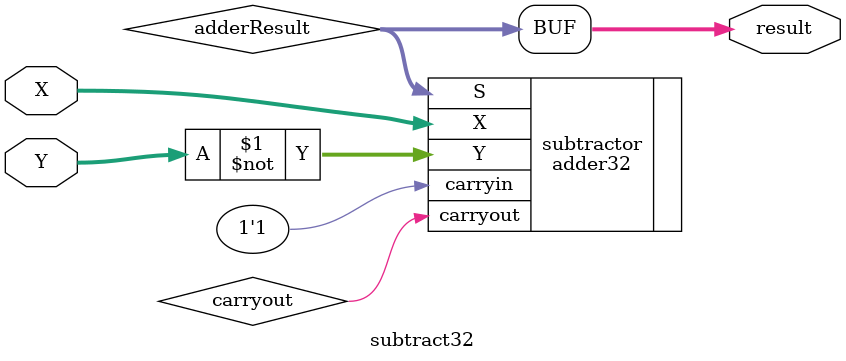
<source format=v>
module subtract32 (X, Y, result);

    parameter n = 32;
    input [n-1:0] X, Y;
    output [n-1:0] result;

    wire carryout;
    wire [n-1:0] adderResult;

    // Implement subtractor by using Two's complement addition
    adder32 subtractor (
        .carryin(1'b1),
        .X(X),
        .Y(~Y),
        .S(adderResult),
        .carryout(carryout)
    );

    assign result = adderResult;

endmodule

</source>
